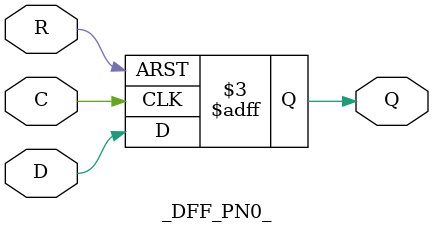
<source format=v>
module _DFF_PN0_(D, Q, C, R);
input D, C, R;
output reg Q;
always @(posedge C or negedge R) begin
	if (R == 0)
		Q <= 0;
	else
		Q <= D;
end
endmodule
</source>
